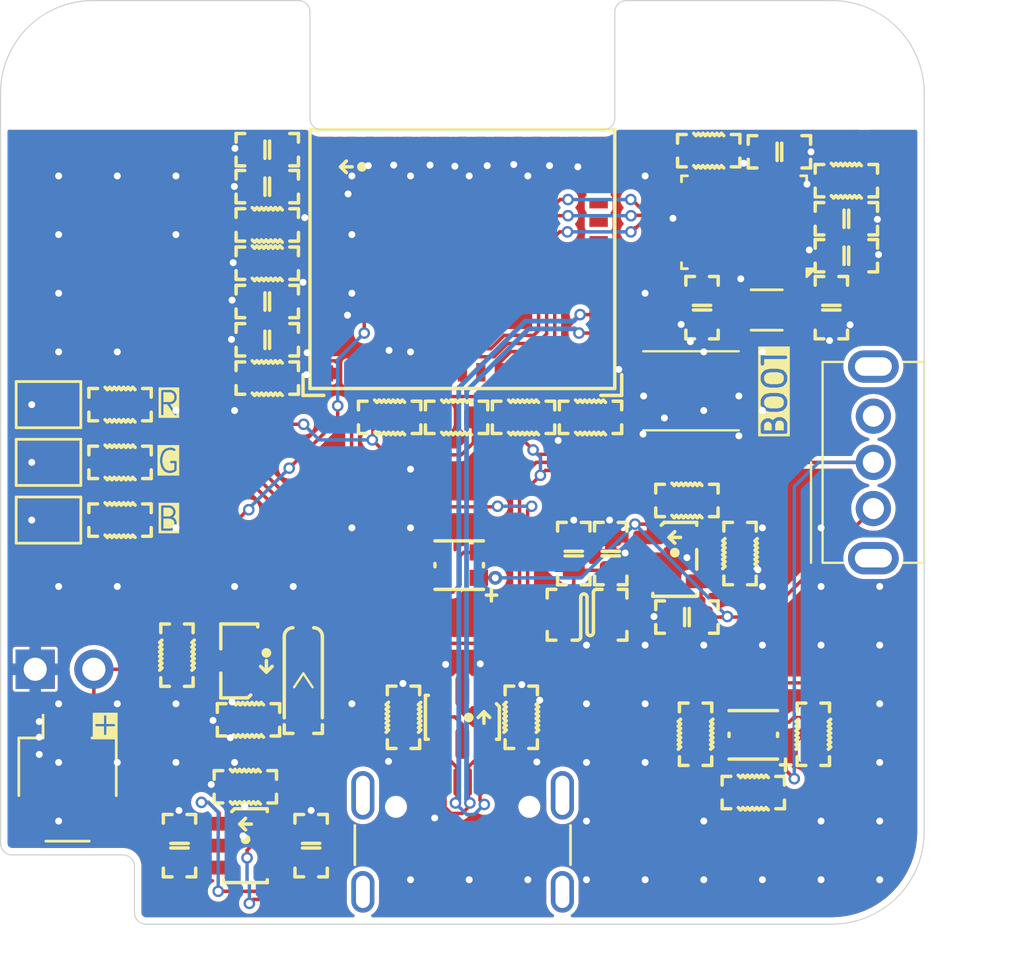
<source format=kicad_pcb>
(kicad_pcb (version 20240108) (generator "pcbnew") (generator_version "8.0")
  (layers (0 "F.Cu" signal) (31 "B.Cu" signal) (34 "B.Paste" user) (35 "F.Paste" user) (36 "B.SilkS" user "B.Silkscreen") (37 "F.SilkS" user "F.Silkscreen") (38 "B.Mask" user) (39 "F.Mask" user) (44 "Edge.Cuts" user))
  (net 0 "")
  (net 1 "+BATT")
  (net 2 "GND")
  (net 3 "VDD")
  (net 4 "VBUS")
  (net 5 "ADC")
  (net 6 "+3V3")
  (net 7 "EN")
  (net 8 "VCC")
  (net 10 "D-")
  (net 11 "D+")
  (net 12 "Net-(J1-CC1)")
  (net 14 "Net-(J1-CC2)")
  (net 15 "Net-(U1-SW)")
  (net 16 "BOOT")
  (net 17 "CHRG_LED")
  (net 18 "STDBY_LED")
  (net 19 "STATUS_LED")
  (net 20 "Net-(U2-PROG)")
  (net 21 "Net-(U1-FB)")
  (net 22 "IO8")
  (net 23 "IO2")
  (net 24 "SCL")
  (net 25 "SDA")
  (net 33 "Net-(U5-XIN)")
  (net 35 "Net-(U5-XOUT)")
  (net 36 "Net-(U5-CAP)")
  (net 37 "Net-(U5-nRESET)")
  (net 38 "Net-(U5-nBOOT)")
  (net 39 "INT")
  (net 40 "Net-(D1-GK)")
  (net 41 "Net-(D1-BK)")
  (net 42 "Net-(D1-RK)")
  (net 43 "Net-(D3-GK)")
  (net 44 "Net-(D3-RK)")
  (net 45 "Net-(D3-BK)")
  (net 46 "Net-(JP1-B)")
  (net 47 "Net-(JP2-B)")
  (net 48 "Net-(JP3-B)")
  (footprint "Topaz's Footprints:R_0603_1608Metric" (layer "F.Cu") (at 215.65 93.05 180)
    (property "Reference" "R17" (hide yes))
    (property "Value" "5k1" (hide yes))
  )
  (footprint "Topaz's Footprints:R_0603_1608Metric" (layer "F.Cu") (at 210.45 106.04 -90)
    (property "Reference" "R9" (hide yes))
    (property "Value" "5k1" (hide yes))
  )
  (footprint "Topaz's Footprints:C_0603_1608Metric" (layer "F.Cu") (at 223.3795 88.3 -90)
    (property "Reference" "C8" (hide yes))
    (property "Value" "9pF" (hide yes))
  )
  (footprint "Topaz's Footprints:R_0603_1608Metric" (layer "F.Cu") (at 218.55 93.05)
    (property "Reference" "R5" (hide yes))
    (property "Value" "5k1" (hide yes))
  )
  (footprint "Topaz's Footprints:JST_SH_SM02B-SRSS-TB_1x02-1MP_P1.00mm_Horizontal" (layer "F.Cu") (at 195.9 108.72)
    (property "Reference" "BT1" (hide yes))
    (property "Value" "JST-SH (Pin 2 Anode)" (hide yes))
  )
  (footprint "Topaz's Footprints:SOT-23-5" (layer "F.Cu") (at 222.2 99.2)
    (property "Reference" "U1" (hide yes))
    (property "Value" "M3406" (hide yes))
  )
  (footprint "Topaz's Footprints:R_0603_1608Metric" (layer "F.Cu") (at 225.025 98.95 -90)
    (property "Reference" "R15" (hide yes))
    (property "Value" "150k" (hide yes))
  )
  (footprint "Topaz's Footprints:LED-ARRAY-SMD_4P-L2.1-W2.1-TL_NH-B2020RGBA" (layer "F.Cu") (at 212.862507 99.450089)
    (property "Reference" "D1" (hide yes))
    (property "Value" "LED" (hide yes))
  )
  (footprint "Topaz's Footprints:R_0603_1608Metric" (layer "F.Cu") (at 212.75 93.05)
    (property "Reference" "R21" (hide yes))
    (property "Value" "5k1" (hide yes))
  )
  (footprint "Topaz's Footprints:C_0603_1608Metric" (layer "F.Cu") (at 204.55 81.458 180)
    (property "Reference" "C11" (hide yes))
    (property "Value" "100nF" (hide yes))
  )
  (footprint "Topaz's Footprints:THTSwitch" (layer "F.Cu") (at 230.8 95 90)
    (property "Reference" "SW1" (hide yes))
    (property "Value" "PWR_SWITCH" (hide yes))
  )
  (footprint "Topaz's Footprints:SolderJumper-2_P1.3mm_Open_TrianglePad1.0x1.5mm" (layer "F.Cu") (at 195.075 95)
    (property "Reference" "JP2" (hide yes))
    (property "Value" "R_JP")
  )
  (footprint "Topaz's Footprints:R_0603_1608Metric" (layer "F.Cu") (at 198.175 97.5)
    (property "Reference" "R3" (hide yes))
    (property "Value" "5k1" (hide yes))
  )
  (footprint "Topaz's Footprints:R_0603_1608Metric" (layer "F.Cu") (at 222.725 96.65)
    (property "Reference" "R14" (hide yes))
    (property "Value" "680k" (hide yes))
  )
  (footprint "Topaz's Footprints:R_0603_1608Metric" (layer "F.Cu") (at 209.85 93.05 180)
    (property "Reference" "R20" (hide yes))
    (property "Value" "5k1" (hide yes))
  )
  (footprint "Topaz's Footprints:NewCheapoButton" (layer "F.Cu") (at 222.75 91.9)
    (property "Reference" "SW2" (hide yes))
    (property "Value" "BTN_BOOT" (hide yes))
  )
  (footprint "Topaz's Footprints:R_0603_1608Metric" (layer "F.Cu") (at 204.55 84.716667 180)
    (property "Reference" "R19" (hide yes))
    (property "Value" "5k1" (hide yes))
  )
  (footprint "Topaz's Footprints:C_0603_1608Metric" (layer "F.Cu") (at 229.63 84.45 180)
    (property "Reference" "C10" (hide yes))
    (property "Value" "100nF" (hide yes))
  )
  (footprint "Topaz's Footprints:StarIcon" (layer "F.Cu") (at 198 86.6)
    (property "Reference" "G***" (hide yes))
    (property "Value" "LOGO" (hide yes))
  )
  (footprint "Topaz's Footprints:C_0603_1608Metric" (layer "F.Cu") (at 226.7305 81.55)
    (property "Reference" "C12" (hide yes))
    (property "Value" "100nF" (hide yes))
  )
  (footprint "Topaz's Footprints:C_0603_1608Metric" (layer "F.Cu") (at 217.825 98.95 90)
    (property "Reference" "C4" (hide yes))
    (property "Value" "4.7uF" (hide yes))
  )
  (footprint "Topaz's Footprints:D_SOD-123" (layer "F.Cu") (at 206.112 104.4875 -90)
    (property "Reference" "D2" (hide yes))
    (property "Value" "1N5817W" (hide yes))
  )
  (footprint "Topaz's Footprints:C_0603_1608Metric" (layer "F.Cu") (at 204.55 89.691666 180)
    (property "Reference" "C14" (hide yes))
    (property "Value" "100nF" (hide yes))
  )
  (footprint "Topaz's Footprints:R_0603_1608Metric" (layer "F.Cu") (at 223.099886 106.775089 90)
    (property "Reference" "R6" (hide yes))
    (property "Value" "5k1" (hide yes))
  )
  (footprint "Topaz's Footprints:SOT-23" (layer "F.Cu") (at 203.3375 103.6 180)
    (property "Reference" "Q1" (hide yes))
    (property "Value" "AO3401A" (hide yes))
  )
  (footprint "Topaz's Footprints:C_0603_1608Metric" (layer "F.Cu") (at 200.7495 111.6 90)
    (property "Reference" "C5" (hide yes))
    (property "Value" "4.7uF" (hide yes))
  )
  (footprint "Topaz's Footprints:ESP32-C3-MINI-1" (layer "F.Cu") (at 213 83.5)
    (property "Reference" "U4" (hide yes))
    (property "Value" "ESP32-C3-MINI-1-N4" (hide yes))
  )
  (footprint "Topaz's Footprints:C_0603_1608Metric" (layer "F.Cu") (at 222.725 101.7 180)
    (property "Reference" "C1" (hide yes))
    (property "Value" "4.7uF" (hide yes))
  )
  (footprint "Topaz's Footprints:L_0806_2012Metric" (layer "F.Cu") (at 218.4 101.6 180)
    (property "Reference" "L1" (hide yes))
    (property "Value" "4.7uH" (hide yes))
  )
  (footprint "Topaz's Footprints:PinHeader_1x02_P2.54mm_Vertical" (layer "F.Cu") (at 194.499964 103.959584 90)
    (property "Reference" "J2" (hide yes))
    (property "Value" "BAT_PADS")
  )
  (footprint "Topaz's Footprints:R_0603_1608Metric" (layer "F.Cu") (at 215.55 106.04 90)
    (property "Reference" "R10" (hide yes))
    (property "Value" "5k1" (hide yes))
  )
  (footprint "Topaz's Footprints:LGA-28_5.2x3.8mm_P0.5mm" (layer "F.Cu") (at 225.2 84.6 180)
    (property "Reference" "U5" (hide yes))
    (property "Value" "BNO085" (hide yes))
  )
  (footprint "Topaz's Footprints:SOT-23-6" (layer "F.Cu") (at 213 106.04 -90)
    (property "Reference" "U3" (hide yes))
    (property "Value" "SRV05-4" (hide yes))
  )
  (footprint "Topaz's Footprints:R_0603_1608Metric" (layer "F.Cu") (at 225.599886 109.299911 180)
    (property "Reference" "R7" (hide yes))
    (property "Value" "5k1" (hide yes))
  )
  (footprint "Topaz's Footprints:C_0603_1608Metric" (layer "F.Cu") (at 228.98 88.3 -90)
    (property "Reference" "C7" (hide yes))
    (property "Value" "9pF" (hide yes))
  )
  (footprint "Topaz's Footprints:SolderJumper-2_P1.3mm_Open_TrianglePad1.0x1.5mm" (layer "F.Cu") (at 195.075 92.5)
    (property "Reference" "JP1" (hide yes))
    (property "Value" "R_JP")
  )
  (footprint "Topaz's Footprints:R_0603_1608Metric" (layer "F.Cu") (at 198.175 95)
    (property "Reference" "R2" (hide yes))
    (property "Value" "5k1" (hide yes))
  )
  (footprint "Topaz's Footprints:R_0603_1608Metric" (layer "F.Cu") (at 223.67 81.5)
    (property "Reference" "R16" (hide yes))
    (property "Value" "5k1" (hide yes))
  )
  (footprint "Topaz's Footprints:C_0603_1608Metric" (layer "F.Cu") (at 219.425 98.95 90)
    (property "Reference" "C6" (hide yes))
    (property "Value" "4.7uF" (hide yes))
  )
  (footprint "Topaz's Footprints:R_0603_1608Metric" (layer "F.Cu") (at 198.175 92.5)
    (property "Reference" "R1" (hide yes))
    (property "Value" "5k1" (hide yes))
  )
  (footprint "Topaz's Footprints:USB_C_Receptacle_GCT_USB4105-xx-A_16P_TopMnt_Horizontal" (layer "F.Cu") (at 213.0125 112.525)
    (property "Reference" "J1" (hide yes))
    (property "Value" "USB-C" (hide yes))
  )
  (footprint "Topaz's Footprints:R_0603_1608Metric" (layer "F.Cu") (at 200.638 103.35 90)
    (property "Reference" "R12" (hide yes))
    (property "Value" "150k" (hide yes))
  )
  (footprint "Topaz's Footprints:R_0603_1608Metric" (layer "F.Cu") (at 203.737 106.15 180)
    (property "Reference" "R4" (hide yes))
    (property "Value" "150k" (hide yes))
  )
  (footprint "Topaz's Footprints:Crystal_SMD_3215-2Pin_3.2x1.5mm" (layer "F.Cu") (at 226.1795 88.4 180)
    (property "Reference" "Y1" (hide yes))
    (property "Value" "32.768kHz" (hide yes))
  )
  (footprint "Topaz's Footprints:R_0603_1608Metric" (layer "F.Cu") (at 228.199886 106.775089 90)
    (property "Reference" "R8" (hide yes))
    (property "Value" "5k1" (hide yes))
  )
  (footprint "Topaz's Footprints:C_0603_1608Metric" (layer "F.Cu") (at 204.55 88.033333)
    (property "Reference" "C3" (hide yes))
    (property "Value" "100nF" (hide yes))
  )
  (footprint "Topaz's Footprints:C_0603_1608Metric" (layer "F.Cu") (at 204.55 83.058334 180)
    (property "Reference" "C13" (hide yes))
    (property "Value" "4.7uF" (hide yes))
  )
  (footprint "Topaz's Footprints:R_0603_1608Metric" (layer "F.Cu") (at 204.55 91.349999)
    (property "Reference" "R22" (hide yes))
    (property "Value" "5k1" (hide yes))
  )
  (footprint "Topaz's Footprints:LED-ARRAY-SMD_4P-L2.1-W2.1-TL_NH-B2020RGBA" (layer "F.Cu") (at 225.6 106.8)
    (property "Reference" "D3" (hide yes))
    (property "Value" "LED" (hide yes))
  )
  (footprint "Topaz's Footprints:SOT-23-6" (layer "F.Cu") (at 203.6 111.6)
    (property "Reference" "U2" (hide yes))
    (property "Value" "TP4057" (hide yes))
  )
  (footprint "Topaz's Footprints:R_0603_1608Metric" (layer "F.Cu") (at 204.55 86.375 180)
    (property "Reference" "R13" (hide yes))
    (property "Value" "150k" (hide yes))
  )
  (footprint "Topaz's Footprints:C_0603_1608Metric" (layer "F.Cu") (at 206.4495 111.6 -90)
    (property "Reference" "C2" (hide yes))
    (property "Value" "4.7uF" (hide yes))
  )
  (footprint "Topaz's Footprints:SolderJumper-2_P1.3mm_Open_TrianglePad1.0x1.5mm" (layer "F.Cu") (at 195.075 97.5)
    (property "Reference" "JP3" (hide yes))
    (property "Value" "R_JP")
  )
  (footprint "Topaz's Footprints:R_0603_1608Metric" (layer "F.Cu") (at 203.6 109.05 180)
    (property "Reference" "R11" (hide yes))
    (property "Value" "2k" (hide yes))
  )
  (footprint "Topaz's Footprints:R_0603_1608Metric" (layer "F.Cu") (at 229.63 82.8 180)
    (property "Reference" "R18" (hide yes))
    (property "Value" "5k1" (hide yes))
  )
  (footprint "Topaz's Footprints:C_0603_1608Metric" (layer "F.Cu") (at 229.63 86.05)
    (property "Reference" "C9" (hide yes))
    (property "Value" "100nF" (hide yes))
  )
  (gr_line (start 228.1 99.35) (end 228.1 95) (stroke (width 0.1)) (layer "F.SilkS"))
  (gr_line (start 193 111.5) (end 193 79) (stroke (width 0.05)) (layer "Edge.Cuts"))
  (gr_arc (start 193 79) (mid 194.171573 76.171573) (end 197 75) (stroke (width 0.05)) (layer "Edge.Cuts"))
  (gr_arc (start 219.6 80.1) (mid 219.453553 80.453553) (end 219.1 80.6) (stroke (width 0.05)) (layer "Edge.Cuts"))
  (gr_arc (start 205.9 75) (mid 206.253553 75.146447) (end 206.4 75.5) (stroke (width 0.05)) (layer "Edge.Cuts"))
  (gr_line (start 197 75) (end 205.9 75) (stroke (width 0.05)) (layer "Edge.Cuts"))
  (gr_arc (start 206.9 80.6) (mid 206.546447 80.453553) (end 206.4 80.1) (stroke (width 0.05)) (layer "Edge.Cuts"))
  (gr_line (start 198.8 112.5) (end 198.8 114.5) (stroke (width 0.05)) (layer "Edge.Cuts"))
  (gr_line (start 206.9 80.6) (end 219.1 80.6) (stroke (width 0.05)) (layer "Edge.Cuts"))
  (gr_line (start 229 115) (end 199.3 115) (stroke (width 0.05)) (layer "Edge.Cuts"))
  (gr_arc (start 233 111) (mid 231.828427 113.828427) (end 229 115) (stroke (width 0.05)) (layer "Edge.Cuts"))
  (gr_line (start 206.4 80.1) (end 206.4 75.5) (stroke (width 0.05)) (layer "Edge.Cuts"))
  (gr_line (start 198.3 112) (end 193.5 112) (stroke (width 0.05)) (layer "Edge.Cuts"))
  (gr_line (start 220.1 75) (end 229 75) (stroke (width 0.05)) (layer "Edge.Cuts"))
  (gr_line (start 233 79) (end 233 111) (stroke (width 0.05)) (layer "Edge.Cuts"))
  (gr_arc (start 198.3 112) (mid 198.653553 112.146447) (end 198.8 112.5) (stroke (width 0.05)) (layer "Edge.Cuts"))
  (gr_arc (start 229 75) (mid 231.828427 76.171573) (end 233 79) (stroke (width 0.05)) (layer "Edge.Cuts"))
  (gr_line (start 219.6 80.1) (end 219.6 75.5) (stroke (width 0.05)) (layer "Edge.Cuts"))
  (gr_arc (start 219.6 75.5) (mid 219.746447 75.146447) (end 220.1 75) (stroke (width 0.05)) (layer "Edge.Cuts"))
  (gr_arc (start 193.5 112) (mid 193.146447 111.853553) (end 193 111.5) (stroke (width 0.05)) (layer "Edge.Cuts"))
  (gr_arc (start 199.3 115) (mid 198.946447 114.853553) (end 198.8 114.5) (stroke (width 0.05)) (layer "Edge.Cuts"))
  (gr_text "BOOT" (at 227.125 94.025 90) (layer "F.SilkS" knockout) (effects (font (size 1 1)) (justify left bottom)))
  (gr_text "R" (at 199.7 93.0395 0) (layer "F.SilkS" knockout) (effects (font (size 1 1) (thickness 0.1)) (justify left bottom)))
  (gr_text "G" (at 199.7 95.5395 0) (layer "F.SilkS" knockout) (effects (font (size 1 1) (thickness 0.1)) (justify left bottom)))
  (gr_text "+" (at 196.844795 106.889139 0) (layer "F.SilkS" knockout) (effects (font (size 1 1) (thickness 0.1)) (justify left bottom)))
  (gr_text "B" (at 199.7 98.0395 0) (layer "F.SilkS" knockout) (effects (font (size 1 1) (thickness 0.1)) (justify left bottom)))
  (segment (start 199.775 112.325) (end 200.7495 112.325) (width 0.15) (layer "F.Cu") (net 1))
  (segment (start 201.65 103.6) (end 202.4 103.6) (width 0.15) (layer "F.Cu") (net 1))
  (segment (start 199.1 108.65) (end 199.45 109) (width 0.15) (layer "F.Cu") (net 1))
  (segment (start 197.039964 105.160036) (end 197.039964 103.959584) (width 0.15) (layer "F.Cu") (net 1))
  (segment (start 199.45 112) (end 199.775 112.325) (width 0.15) (layer "F.Cu") (net 1))
  (segment (start 196.4 106.72) (end 196.4 108) (width 0.15) (layer "F.Cu") (net 1))
  (segment (start 199.225 104.075) (end 200.638 104.075) (width 0.15) (layer "F.Cu") (net 1))
  (segment (start 196.4 108) (end 197.05 108.65) (width 0.15) (layer "F.Cu") (net 1))
  (segment (start 197.039964 103.959584) (end 199.109584 103.959584) (width 0.15) (layer "F.Cu") (net 1))
  (segment (start 199.109584 103.959584) (end 199.225 104.075) (width 0.15) (layer "F.Cu") (net 1))
  (segment (start 200.638 104.075) (end 201.175 104.075) (width 0.15) (layer "F.Cu") (net 1))
  (segment (start 202.4625 112.55) (end 201.65 112.55) (width 0.15) (layer "F.Cu") (net 1))
  (segment (start 196.4 106.72) (end 196.4 105.8) (width 0.15) (layer "F.Cu") (net 1))
  (segment (start 201.425 112.325) (end 200.7495 112.325) (width 0.15) (layer "F.Cu") (net 1))
  (segment (start 201.65 112.55) (end 201.425 112.325) (width 0.15) (layer "F.Cu") (net 1))
  (segment (start 196.4 105.8) (end 197.039964 105.160036) (width 0.15) (layer "F.Cu") (net 1))
  (segment (start 199.45 109) (end 199.45 112) (width 0.15) (layer "F.Cu") (net 1))
  (segment (start 197.05 108.65) (end 199.1 108.65) (width 0.15) (layer "F.Cu") (net 1))
  (segment (start 201.175 104.075) (end 201.65 103.6) (width 0.15) (layer "F.Cu") (net 1))
  (via (at 215.834964 113.075) (size 0.5) (drill 0.3) (layers "F.Cu" "B.Cu") (net 2))
  (via (at 195.514964 90.215) (size 0.5) (drill 0.3) (layers "F.Cu" "B.Cu") (net 2))
  (via (at 206.275 90.25) (size 0.5) (drill 0.3) (layers "F.Cu" "B.Cu") (net 2))
  (via (at 195.514964 85.135) (size 0.5) (drill 0.3) (layers "F.Cu" "B.Cu") (net 2))
  (via (at 228.534964 110.535) (size 0.5) (drill 0.3) (layers "F.Cu" "B.Cu") (net 2))
  (via (at 210.754964 113.075) (size 0.5) (drill 0.3) (layers "F.Cu" "B.Cu") (net 2))
  (via (at 225.994964 97.835) (size 0.5) (drill 0.3) (layers "F.Cu" "B.Cu") (net 2))
  (via (at 195.514964 105.455) (size 0.5) (drill 0.3) (layers "F.Cu" "B.Cu") (net 2))
  (via (at 202.2 106.175) (size 0.5) (drill 0.3) (layers "F.Cu" "B.Cu") (net 2))
  (via (at 210.754964 82.595) (size 0.5) (drill 0.3) (layers "F.Cu" "B.Cu") (net 2))
  (via (at 229.791268 89.041268) (size 0.5) (drill 0.3) (layers "F.Cu" "B.Cu") (net 2))
  (via (at 208.05 83.375) (size 0.5) (drill 0.3) (layers "F.Cu" "B.Cu") (net 2))
  (via (at 206.175 84.4) (size 0.5) (drill 0.3) (layers "F.Cu" "B.Cu") (net 2))
  (via (at 206.1 87.2) (size 0.5) (drill 0.3) (layers "F.Cu" "B.Cu") (net 2))
  (via (at 220.914964 107.995) (size 0.5) (drill 0.3) (layers "F.Cu" "B.Cu") (net 2))
  (via (at 206.45 110.075) (size 0.5) (drill 0.3) (layers "F.Cu" "B.Cu") (net 2))
  (via (at 218.374964 113.075) (size 0.5) (drill 0.3) (layers "F.Cu" "B.Cu") (net 2))
  (via (at 208.214964 97.835) (size 0.5) (drill 0.3) (layers "F.Cu" "B.Cu") (net 2))
  (via (at 198.054964 82.595) (size 0.5) (drill 0.3) (layers "F.Cu" "B.Cu") (net 2))
  (via (at 228.534964 102.915) (size 0.5) (drill 0.3) (layers "F.Cu" "B.Cu") (net 2))
  (via (at 218.374964 105.455) (size 0.5) (drill 0.3) (layers "F.Cu" "B.Cu") (net 2))
  (via (at 208.214964 82.595) (size 0.5) (drill 0.3) (layers "F.Cu" "B.Cu") (net 2))
  (via (at 203.025 87.975) (size 0.5) (drill 0.3) (layers "F.Cu" "B.Cu") (net 2))
  (via (at 216.225 107.975) (size 0.5) (drill 0.3) (layers "F.Cu" "B.Cu") (net 2))
  (via (at 220.05 98.925) (size 0.5) (drill 0.3) (layers "F.Cu" "B.Cu") (net 2))
  (via (at 231.074964 100.375) (size 0.5) (drill 0.3) (layers "F.Cu" "B.Cu") (net 2))
  (via (at 213.294964 82.595) (size 0.5) (drill 0.3) (layers "F.Cu" "B.Cu") (net 2))
  (via (at 208.214964 105.455) (size 0.5) (drill 0.3) (layers "F.Cu" "B.Cu") (net 2))
  (via (at 208.025 88.625) (size 0.5) (drill 0.3) (layers "F.Cu" "B.Cu") (net 2))
  (via (at 228.534964 97.835) (size 0.5) (drill 0.3) (layers "F.Cu" "B.Cu") (net 2))
  (via (at 215.575 104.625) (size 0.5) (drill 0.3) (layers "F.Cu" "B.Cu") (net 2))
  (via (at 214.075 82.15) (size 0.5) (drill 0.3) (layers "F.Cu" "B.Cu") (net 2))
  (via (at 203.5 111.175) (size 0.5) (drill 0.3) (layers "F.Cu" "B.Cu") (net 2))
  (via (at 225.8 99.65) (size 0.5) (drill 0.3) (layers "F.Cu" "B.Cu") (net 2))
  (via (at 225.057537 87.05) (size 0.5) (drill 0.3) (layers "F.Cu" "B.Cu") (net 2))
  (via (at 194.35 92.5) (size 0.5) (drill 0.3) (layers "F.Cu" "B.Cu") (net 2))
  (via (at 225.994964 92.755) (size 0.5) (drill 0.3) (layers "F.Cu" "B.Cu") (net 2))
  (via (at 221.3 101.675) (size 0.5) (drill 0.3) (layers "F.Cu" "B.Cu") (net 2))
  (via (at 220.914964 82.595) (size 0.5) (drill 0.3) (layers "F.Cu" "B.Cu") (net 2))
  (via (at 223.454964 110.535) (size 0.5) (drill 0.3) (layers "F.Cu" "B.Cu") (net 2))
  (via (at 222.875 89.775) (size 0.5) (drill 0.3) (layers "F.Cu" "B.Cu") (net 2))
  (via (at 208.925 82.15) (size 0.5) (drill 0.3) (layers "F.Cu" "B.Cu") (net 2))
  (via (at 210.425 104.575) (size 0.5) (drill 0.3) (layers "F.Cu" "B.Cu") (net 2))
  (via (at 223.454964 92.755) (size 0.5) (drill 0.3) (layers "F.Cu" "B.Cu") (net 2))
  (via (at 222.475 89.025) (size 0.5) (drill 0.3) (layers "F.Cu" "B.Cu") (net 2))
  (via (at 203.134964 100.375) (size 0.5) (drill 0.3) (layers "F.Cu" "B.Cu") (net 2))
  (via (at 195.514964 87.675) (size 0.5) (drill 0.3) (layers "F.Cu" "B.Cu") (net 2))
  (via (at 225.994964 90.215) (size 0.5) (drill 0.3) (layers "F.Cu" "B.Cu") (net 2))
  (via (at 228.025 85.8) (size 0.5) (drill 0.3) (layers "F.Cu" "B.Cu") (net 2))
  (via (at 218 82.2) (size 0.5) (drill 0.3) (layers "F.Cu" "B.Cu") (net 2))
  (via (at 228.534964 113.075) (size 0.5) (drill 0.3) (layers "F.Cu" "B.Cu") (net 2))
  (via (at 216.35 105.3) (size 0.5) (drill 0.3) (layers "F.Cu" "B.Cu") (net 2))
  (via (at 194.675 107.65) (size 0.5) (drill 0.3) (layers "F.Cu" "B.Cu") (net 2))
  (via (at 224.975 93.85) (size 0.5) (drill 0.3) (layers "F.Cu" "B.Cu") (net 2))
  (via (at 228.9 89.725) (size 0.5) (drill 0.3) (layers "F.Cu" "B.Cu") (net 2))
  (via (at 219.775 90.975) (size 0.5) (drill 0.3) (layers "F.Cu" "B.Cu") (net 2))
  (via (at 195.514964 107.995) (size 0.5) (drill 0.3) (layers "F.Cu" "B.Cu") (net 2))
  (via (at 194.675 106.225) (size 0.5) (drill 0.3) (layers "F.Cu" "B.Cu") (net 2))
  (via (at 212.675 82.175) (size 0.5) (drill 0.3) (layers "F.Cu" "B.Cu") (net 2))
  (via (at 228.1 81.55) (size 0.5) (drill 0.3) (layers "F.Cu" "B.Cu") (net 2))
  (via (at 210.754964 95.295) (size 0.5) (drill 0.3) (layers "F.Cu" "B.Cu") (net 2))
  (via (at 230.975 84.475) (size 0.5) (drill 0.3) (layers "F.Cu" "B.Cu") (net 2))
  (via (at 210.754964 97.835) (size 0.5) (drill 0.3) (layers "F.Cu" "B.Cu") (net 2))
  (via (at 218.374964 107.995) (size 0.5) (drill 0.3) (layers "F.Cu" "B.Cu") (net 2))
  (via (at 203.025 105.375) (size 0.5) (drill 0.3) (layers "F.Cu" "B.Cu") (net 2))
  (via (at 220.825 93.775) (size 0.5) (drill 0.3) (layers "F.Cu" "B.Cu") (net 2))
  (via (at 206.25 91.2) (size 0.5) (drill 0.3) (layers "F.Cu" "B.Cu") (net 2))
  (via (at 221.75 93.075) (size 0.5) (drill 0.3) (layers "F.Cu" "B.Cu") (net 2))
  (via (at 227.925 82.95) (size 0.5) (drill 0.3) (layers "F.Cu" "B.Cu") (net 2))
  (via (at 225.994964 102.915) (size 0.5) (drill 0.3) (layers "F.Cu" "B.Cu") (net 2))
  (via (at 224.975 92.125) (size 0.5) (drill 0.3) (layers "F.Cu" "B.Cu") (net 2))
  (via (at 215.834964 82.595) (size 0.5) (drill 0.3) (layers "F.Cu" "B.Cu") (net 2))
  (via (at 200.594964 97.835) (size 0.5) (drill 0.3) (layers "F.Cu" "B.Cu") (net 2))
  (via (at 225.994964 113.075) (size 0.5) (drill 0.3) (layers "F.Cu" "B.Cu") (net 2))
  (via (at 198.054964 105.455) (size 0.5) (drill 0.3) (layers "F.Cu" "B.Cu") (net 2))
  (via (at 216.775 82.15) (size 0.5) (drill 0.3) (layers "F.Cu" "B.Cu") (net 2))
  (via (at 200.594964 85.135) (size 0.5) (drill 0.3) (layers "F.Cu" "B.Cu") (net 2))
  (via (at 194.35 95) (size 0.5) (drill 0.3) (layers "F.Cu" "B.Cu") (net 2))
  (via (at 203.15 81.4) (size 0.5) (drill 0.3) (layers "F.Cu" "B.Cu") (net 2))
  (via (at 211.6 82.125) (size 0.5) (drill 0.3) (layers "F.Cu" "B.Cu") (net 2))
  (via (at 213.775 103.725) (size 0.5) (drill 0.3) (layers "F.Cu" "B.Cu") (net 2))
  (via (at 200.594964 92.755) (size 0.5) (drill 0.3) (layers "F.Cu" "B.Cu") (net 2))
  (via (at 198.054964 90.215) (size 0.5) (drill 0.3) (layers "F.Cu" "B.Cu") (net 2))
  (via (at 200.594964 105.455) (size 0.5) (drill 0.3) (layers "F.Cu" "B.Cu") (net 2))
  (via (at 231.074964 107.995) (size 0.5) (drill 0.3) (layers "F.Cu" "B.Cu") (net 2))
  (via (at 220.914964 113.075) (size 0.5) (drill 0.3) (layers "F.Cu" "B.Cu") (net 2))
  (via (at 219.375 97.5) (size 0.5) (drill 0.3) (layers "F.Cu" "B.Cu") (net 2))
  (via (at 203 89.675) (size 0.5) (drill 0.3) (layers "F.Cu" "B.Cu") (net 2))
  (via (at 200.594964 82.595) (size 0.5) (drill 0.3) (layers "F.Cu" "B.Cu") (net 2))
  (via (at 210.754964 90.215) (size 0.5) (drill 0.3) (layers "F.Cu" "B.Cu") (net 2))
  (via (at 209.825 90.15) (size 0.5) (drill 0.3) (layers "F.Cu" "B.Cu") (net 2))
  (via (at 231.074964 102.915) (size 0.5) (drill 0.3) (layers "F.Cu" "B.Cu") (net 2))
  (via (at 203.575 109.9) (size 0.5) (drill 0.3) (layers "F.Cu" "B.Cu") (net 2))
  (via (at 202.125 108.95) (size 0.5) (drill 0.3) (layers "F.Cu" "B.Cu") (net 2))
  (via (at 220.914964 105.455) (size 0.5) (drill 0.3) (layers "F.Cu" "B.Cu") (net 2))
  (via (at 231.025 86) (size 0.5) (drill 0.3) (layers "F.Cu" "B.Cu") (net 2))
  (via (at 223.454964 102.915) (size 0.5) (drill 0.3) (layers "F.Cu" "B.Cu") (net 2))
  (via (at 218.374964 102.915) (size 0.5) (drill 0.3) (layers "F.Cu" "B.Cu") (net 2))
  (via (at 203.134964 107.995) (size 0.5) (drill 0.3) (layers "F.Cu" "B.Cu") (net 2))
  (via (at 194.675 106.9) (size 0.5) (drill 0.3) (layers "F.Cu" "B.Cu") (net 2))
  (via (at 203.075 86.35) (size 0.5) (drill 0.3) (layers "F.Cu" "B.Cu") (net 2))
  (via (at 220.85 92.125) (size 0.5) (drill 0.3) (layers "F.Cu" "B.Cu") (net 2))
  (via (at 200.594964 107.995) (size 0.5) (drill 0.3) (layers "F.Cu" "B.Cu") (net 2))
  (via (at 213.294964 113.075) (size 0.5) (drill 0.3) (layers "F.Cu" "B.Cu") (net 2))
  (via (at 208.214964 87.675) (size 0.5) (drill 0.3) (layers "F.Cu" "B.Cu") (net 2))
  (via (at 195.514964 100.375) (size 0.5) (drill 0.3) (layers "F.Cu" "B.Cu") (net 2))
  (via (at 198.054964 100.375) (size 0.5) (drill 0.3) (layers "F.Cu" "B.Cu") (net 2))
  (via (at 215.225 82.1) (size 0.5) (drill 0.3) (layers "F.Cu" "B.Cu") (net 2))
  (via (at 198.054964 107.995) (size 0.5) (drill 0.3) (layers "F.Cu" "B.Cu") (net 2))
  (via (at 195.514964 82.595) (size 0.5) (drill 0.3) (layers "F.Cu" "B.Cu") (net 2))
  (via (at 217.825 97.5) (size 0.5) (drill 0.3) (layers "F.Cu" "B.Cu") (net 2))
  (via (at 210.025 82.125) (size 0.5) (drill 0.3) (layers "F.Cu" "B.Cu") (net 2))
  (via (at 203.125 83.05) (size 0.5) (drill 0.3) (layers "F.Cu" "B.Cu") (net 2))
  (via (at 220.914964 102.915) (size 0.5) (drill 0.3) (layers "F.Cu" "B.Cu") (net 2))
  (via (at 231.074964 110.535) (size 0.5) (drill 0.3) (layers "F.Cu" "B.Cu") (net 2))
  (via (at 205.674964 100.375) (size 0.5) (drill 0.3) (layers "F.Cu" "B.Cu") (net 2))
  (via (at 223.454964 90.215) (size 0.5) (drill 0.3) (layers "F.Cu" "B.Cu") (net 2))
  (via (at 208.214964 85.135) (size 0.5) (drill 0.3) (layers "F.Cu" "B.Cu") (net 2))
  (via (at 225.994964 100.375) (size 0.5) (drill 0.3) (layers "F.Cu" "B.Cu") (net 2))
  (via (at 212.275 103.75) (size 0.5) (drill 0.3) (layers "F.Cu" "B.Cu") (net 2))
  (via (at 231.074964 105.455) (size 0.5) (drill 0.3) (layers "F.Cu" "B.Cu") (net 2))
  (via (at 217.15 94.05) (size 0.5) (drill 0.3) (layers "F.Cu" "B.Cu") (net 2))
  (via (at 194.35 97.5) (size 0.5) (drill 0.3) (layers "F.Cu" "B.Cu") (net 2))
  (via (at 220.914964 87.675) (size 0.5) (drill 0.3) (layers "F.Cu" "B.Cu") (net 2))
  (via (at 218.374964 110.535) (size 0.5) (drill 0.3) (layers "F.Cu" "B.Cu") (net 2))
  (via (at 228.534964 100.375) (size 0.5) (drill 0.3) (layers "F.Cu" "B.Cu") (net 2))
  (via (at 225.190213 82.045388) (size 0.5) (drill 0.3) (layers "F.Cu" "B.Cu") (net 2))
  (via (at 209.8 107.95) (size 0.5) (drill 0.3) (layers "F.Cu" "B.Cu") (net 2))
  (via (at 195.514964 110.535) (size 0.5) (drill 0.3) (layers "F.Cu" "B.Cu") (net 2))
  (via (at 202.95 106.925) (size 0.5) (drill 0.3) (layers "F.Cu" "B.Cu") (net 2))
  (via (at 223.454964 113.075) (size 0.5) (drill 0.3) (layers "F.Cu" "B.Cu") (net 2))
  (via (at 200.725 110.075) (size 0.5) (drill 0.3) (layers "F.Cu" "B.Cu") (net 2))
  (via (at 222.725 99.125) (size 0.5) (drill 0.3) (layers "F.Cu" "B.Cu") (net 2))
  (via (at 222.120232 84.429768) (size 0.5) (drill 0.3) (layers "F.Cu" "B.Cu") (net 2))
  (via (at 211.8 110.4) (size 0.5) (drill 0.3) (layers "F.Cu" "B.Cu") (net 2))
  (via (at 231.074964 113.075) (size 0.5) (drill 0.3) (layers "F.Cu" "B.Cu") (net 2))
  (via (at 203.134964 92.755) (size 0.5) (drill 0.3) (layers "F.Cu" "B.Cu") (net 2))
  (segment (start 226.1 101.7) (end 224.2 101.7) (width 0.15) (layer "F.Cu") (net 3))
  (segment (start 223.45 100.925) (end 223.4 100.875) (width 0.15) (layer "F.Cu") (net 3))
  (segment (start 223.375 100.875) (end 223.3375 100.8375) (width 0.15) (layer "F.Cu") (net 3))
  (segment (start 223.45 101.7) (end 223.45 100.925) (width 0.15) (layer "F.Cu") (net 3))
  (segment (start 223.4 100.875) (end 223.375 100.875) (width 0.15) (layer "F.Cu") (net 3))
  (segment (start 220.95 97.675) (end 221.0625 97.7875) (width 0.15) (layer "F.Cu") (net 3))
  (segment (start 224.45 101.7) (end 224.475 101.675) (width 0.15) (layer "F.Cu") (net 3))
  (segment (start 223.45 101.7) (end 224.2 101.7) (width 0.15) (layer "F.Cu") (net 3))
  (segment (start 220.475 97.675) (end 220.95 97.675) (width 0.15) (layer "F.Cu") (net 3))
  (segment (start 230.8 97) (end 226.1 101.7) (width 0.15) (layer "F.Cu") (net 3))
  (segment (start 214.425 100) (end 213.712393 100) (width 0.15) (layer "F.Cu") (net 3))
  (segment (start 221.0625 97.7875) (end 221.0625 98.25) (width 0.15) (layer "F.Cu") (net 3))
  (segment (start 223.3375 100.8375) (end 223.3375 100.15) (width 0.15) (layer "F.Cu") (net 3))
  (segment (start 224.2 101.7) (end 224.45 101.7) (width 0.15) (layer "F.Cu") (net 3))
  (via (at 214.425 100) (size 0.6) (drill 0.3) (layers "F.Cu" "B.Cu") (net 3))
  (via (at 224.475 101.675) (size 0.5) (drill 0.3) (layers "F.Cu" "B.Cu") (net 3))
  (via (at 220.475 97.675) (size 0.5) (drill 0.3) (layers "F.Cu" "B.Cu") (net 3))
  (segment (start 214.425 100) (end 218.15 100) (width 0.15) (layer "B.Cu") (net 3))
  (segment (start 224.475 101.675) (end 220.475 97.675) (width 0.15) (layer "B.Cu") (net 3))
  (segment (start 218.15 100) (end 220.475 97.675) (width 0.15) (layer "B.Cu") (net 3))
  (segment (start 205.825 112.325) (end 206.4495 112.325) (width 0.15) (layer "F.Cu") (net 4))
  (segment (start 208.174 106.025) (end 212.675 106.025) (width 0.15) (layer "F.Cu") (net 4))
  (segment (start 210.6125 108.845) (end 210.6125 109.632183) (width 0.15) (layer "F.Cu") (net 4))
  (segment (start 206.112 108.087) (end 208.174 106.025) (width 0.15) (layer "F.Cu") (net 4))
  (segment (start 206.112 108.087) (end 207.325 109.3) (width 0.15) (layer "F.Cu") (net 4))
  (segment (start 204.275 105.225) (end 204.462 105.412) (width 0.15) (layer "F.Cu") (net 4))
  (segment (start 213 106.35) (end 213 107.1775) (width 0.15) (layer "F.Cu") (net 4))
  (segment (start 208.6 111.55) (end 207.375 111.55) (width 0.15) (layer "F.Cu") (net 4))
  (segment (start 213.8 111.1) (end 215.4125 109.4875) (width 0.15) (layer "F.Cu") (net 4))
  (segment (start 215.4125 109.4875) (end 215.4125 108.845) (width 0.15) (layer "F.Cu") (net 4))
  (segment (start 205.6 112.55) (end 205.825 112.325) (width 0.15) (layer "F.Cu") (net 4))
  (segment (start 212.675 106.025) (end 213 106.35) (width 0.15) (layer "F.Cu") (net 4))
  (segment (start 207.325 109.3) (end 207.325 111.5) (width 0.15) (layer "F.Cu") (net 4))
  (segment (start 206.112 106.1375) (end 206.112 108.087) (width 0.15) (layer "F.Cu") (net 4))
  (segment (start 209.825 111.1) (end 209.375 111.55) (width 0.15) (layer "F.Cu") (net 4))
  (segment (start 209.375 111.55) (end 208.6 111.55) (width 0.15) (layer "F.Cu") (net 4))
  (segment (start 204.462 106.15) (end 206.0995 106.15) (width 0.15) (layer "F.Cu") (net 4))
  (segment (start 207.325 111.5) (end 207.375 111.55) (width 0.15) (layer "F.Cu") (net 4))
  (segment (start 204.275 104.55) (end 204.275 105.225) (width 0.15) (layer "F.Cu") (net 4))
  (segment (start 210.95 109.969683) (end 210.95 110.75) (width 0.15) (layer "F.Cu") (net 4))
  (segment (start 210.95 110.75) (end 211.3 111.1) (width 0.15) (layer "F.Cu") (net 4))
  (segment (start 206.6 112.325) (end 206.4495 112.325) (width 0.15) (layer "F.Cu") (net 4))
  (segment (start 212.292501 111.1) (end 209.825 111.1) (width 0.15) (layer "F.Cu") (net 4))
  (segment (start 212.292501 111.1) (end 213.8 111.1) (width 0.15) (layer "F.Cu") (net 4))
  (segment (start 206.0995 106.15) (end 206.112 106.1375) (width 0.15) (layer "F.Cu") (net 4))
  (segment (start 211.3 111.1) (end 212.292501 111.1) (width 0.15) (layer "F.Cu") (net 4))
  (segment (start 204.462 105.412) (end 204.462 106.15) (width 0.15) (layer "F.Cu") (net 4))
  (segment (start 207.375 111.55) (end 206.6 112.325) (width 0.15) (layer "F.Cu") (net 4))
  (segment (start 210.6125 109.632183) (end 210.95 109.969683) (width 0.15) (layer "F.Cu") (net 4))
  (segment (start 204.7375 112.55) (end 205.6 112.55) (width 0.15) (layer "F.Cu") (net 4))
  (segment (start 208.75 89.4) (end 208.75 86.95) (width 0.15) (layer "F.Cu") (net 5))
  (segment (start 205.275 88.033333) (end 205.275 86.375) (width 0.15) (layer "F.Cu") (net 5))
  (segment (start 208 86.2) (end 207.1 86.2) (width 0.15) (layer "F.Cu") (net 5))
  (segment (start 207.6 92.55) (end 207.6 93.15) (width 0.15) (layer "F.Cu") (net 5))
  (segment (start 208.75 86.95) (end 208 86.2) (width 0.15) (layer "F.Cu") (net 5))
  (segment (start 205.275 86.375) (end 206.075 86.375) (width 0.15) (layer "F.Cu") (net 5))
  (segment (start 206.075 86.375) (end 206.25 86.2) (width 0.15) (layer "F.Cu") (net 5))
  (segment (start 203.75 97.05) (end 203.7 97.05) (width 0.15) (layer "F.Cu") (net 5))
  (segment (start 207.6 93.15) (end 205.5 95.25) (width 0.15) (layer "F.Cu") (net 5))
  (segment (start 203.7 97.05) (end 200.638 100.112) (width 0.15) (layer "F.Cu") (net 5))
  (segment (start 200.638 100.112) (end 200.638 102.625) (width 0.15) (layer "F.Cu") (net 5))
  (segment (start 206.25 86.2) (end 207.1 86.2) (width 0.15) (layer "F.Cu") (net 5))
  (via (at 207.6 92.55) (size 0.5) (drill 0.3) (layers "F.Cu" "B.Cu") (net 5))
  (via (at 208.75 89.4) (size 0.5) (drill 0.3) (layers "F.Cu" "B.Cu") (net 5))
  (via (at 205.5 95.25) (size 0.5) (drill 0.3) (layers "F.Cu" "B.Cu") (net 5))
  (via (at 203.75 97.05) (size 0.5) (drill 0.3) (layers "F.Cu" "B.Cu") (net 5))
  (segment (start 203.75 97) (end 203.75 97.05) (width 0.15) (layer "B.Cu") (net 5))
  (segment (start 208.75 89.4) (end 207.6 90.55) (width 0.15) (layer "B.Cu") (net 5))
  (segment (start 207.6 90.55) (end 207.6 92.55) (width 0.15) (layer "B.Cu") (net 5))
  (segment (start 205.5 95.25) (end 203.75 97) (width 0.15) (layer "B.Cu") (net 5))
  (segment (start 212.95 94.675) (end 213.475 94.15) (width 0.15) (layer "F.Cu") (net 6))
  (segment (start 228.75 90.825) (end 230.6 88.975) (width 0.15) (layer "F.Cu") (net 6))
  (segment (start 230.355 80.88) (end 230.355 82.8) (width 0.15) (layer "F.Cu") (net 6))
  (segment (start 222.945 81.5) (end 222.945 80.955) (width 0.15) (layer "F.Cu") (net 6))
  (segment (start 228.905 86.05) (end 228.08 86.875) (width 0.15) (layer "F.Cu") (net 6))
  (segment (start 216.217463 97.425) (end 216.525 97.117463) (width 0.15) (layer "F.Cu") (net 6))
  (segment (start 209.125 94) (end 209.1 94.025) (width 0.15) (layer "F.Cu") (net 6))
  (segment (start 206.5 83.8) (end 207.1 83.8) (width 0.15) (layer "F.Cu") (net 6))
  (segment (start 209.75 94.675) (end 212.95 94.675) (width 0.15) (layer "F.Cu") (net 6))
  (segment (start 216.175 98.8) (end 216.175 97.425) (width 0.15) (layer "F.Cu") (net 6))
  (segment (start 209.125 93.05) (end 209.125 94) (width 0.15) (layer "F.Cu") (net 6))
  (segment (start 205.275 83.175) (end 205.275 83.058334) (width 0.15) (layer "F.Cu") (net 6))
  (segment (start 200.95 89.875) (end 200.95 86.05) (width 0.15) (layer "F.Cu") (net 6))
  (segment (start 205.275 83.058334) (end 205.758334 83.058334) (width 0.15) (layer "F.Cu") (net 6))
  (segment (start 213.475 94.15) (end 213.475 93.05) (width 0.15) (layer "F.Cu") (net 6))
  (segment (start 223.225 80.675) (end 230.15 80.675) (width 0.15) (layer "F.Cu") (net 6))
  (segment (start 214.925 93.325) (end 216.0625 94.4625) (width 0.15) (layer "F.Cu") (net 6))
  (segment (start 217.825 99.675) (end 217.05 99.675) (width 0.15) (layer "F.Cu") (net 6))
  (segment (start 228.75 93.45) (end 228.75 90.825) (width 0.15) (layer "F.Cu") (net 6))
  (segment (start 218.4 94.65) (end 219.275 93.775) (width 0.15) (layer "F.Cu") (net 6))
  (segment (start 222 95.95) (end 222 96.65) (width 0.15) (layer "F.Cu") (net 6))
  (segment (start 228.08 86.875) (end 227.125 86.875) (width 0.15) (layer "F.Cu") (net 6))
  (segment (start 216.217463 96.375) (end 215.825 96.375) (width 0.15) (layer "F.Cu") (net 6))
  (segment (start 218.275 94.65) (end 227.55 94.65) (width 0.15) (layer "F.Cu") (net 6))
  (segment (start 230.6 88.975) (end 230.6 87.745) (width 0.15) (layer "F.Cu") (net 6))
  (segment (start 203.825 84.625) (end 205.275 83.175) (width 0.15) (layer "F.Cu") (net 6))
  (segment (start 216.525 97.117463) (end 216.525 96.682537) (width 0.15) (layer "F.Cu") (net 6))
  (segment (start 217.4 100.7) (end 217.825 100.275) (width 0.15) (layer "F.Cu") (net 6))
  (segment (start 216.25 94.65) (end 218.275 94.65) (width 0.15) (layer "F.Cu") (net 6))
  (segment (start 228.905 85.2) (end 228.905 84.85) (width 0.15) (layer "F.Cu") (net 6))
  (segment (start 227.55 94.65) (end 228.75 93.45) (width 0.15) (layer "F.Cu") (net 6))
  (segment (start 226.95 86.7) (end 226.95 86.2625) (width 0.15) (layer "F.Cu") (net 6))
  (segment (start 204.6 93.35) (end 203.825 92.575) (width 0.15) (layer "F.Cu") (net 6))
  (segment (start 206.125 93.35) (end 204.6 93.35) (width 0.15) (layer "F.Cu") (net 6))
  (segment (start 227.125 86.875) (end 226.95 86.7) (width 0.15) (layer "F.Cu") (net 6))
  (segment (start 216.592464 95.35) (end 221.4 95.35) (width 0.15) (layer "F.Cu") (net 6))
  (segment (start 230.355 82.995) (end 230.355 82.8) (width 0.15) (layer "F.Cu") (net 6))
  (segment (start 228.905 84.45) (end 228.905 84.445) (width 0.15) (layer "F.Cu") (net 6))
  (segment (start 228.905 84.445) (end 230.355 82.995) (width 0.15) (layer "F.Cu") (net 6))
  (segment (start 217.4 101.6) (end 217.4 100.7) (width 0.15) (layer "F.Cu") (net 6))
  (segment (start 203.825 92.575) (end 203.825 91.349999) (width 0.15) (layer "F.Cu") (net 6))
  (segment (start 215.825 96.375) (end 215.825 96.117464) (width 0.15) (layer "F.Cu") (net 6))
  (segment (start 218.275 94.65) (end 218.4 94.65) (width 0.15) (layer "F.Cu") (net 6))
  (segment (start 230.15 80.675) (end 230.355 80.88) (width 0.15) (layer "F.Cu") (net 6))
  (segment (start 216.175 97.425) (end 216.217463 97.425) (width 0.15) (layer "F.Cu") (net 6))
  (segment (start 216.344974 95.525) (end 216.381219 95.561245) (width 0.15) (layer "F.Cu") (net 6))
  (segment (start 221.4 95.35) (end 222 95.95) (width 0.15) (layer "F.Cu") (net 6))
  (segment (start 228.905 86.05) (end 228.905 85.2) (width 0.15) (layer "F.Cu") (net 6))
  (segment (start 217.825 99.675) (end 219.425 99.675) (width 0.15) (layer "F.Cu") (net 6))
  (segment (start 217.05 99.675) (end 216.175 98.8) (width 0.15) (layer "F.Cu") (net 6))
  (segment (start 205.758334 83.058334) (end 206.5 83.8) (width 0.15) (layer "F.Cu") (net 6))
  (segment (start 205.275 83.058334) (end 205.275 81.458) (width 0.15) (layer "F.Cu") (net 6))
  (segment (start 219.275 93.775) (end 219.275 93.05) (width 0.15) (layer "F.Cu") (net 6))
  (segment (start 215.825 96.117464) (end 216.344974 95.59749) (width 0.15) (layer "F.Cu") (net 6))
  (segment (start 217.825 100.275) (end 217.825 99.675) (width 0.15) (layer "F.Cu") (net 6))
  (segment (start 200.95 86.05) (end 202.283333 84.716667) (width 0.15) (layer "F.Cu") (net 6))
  (segment (start 202.283333 84.716667) (end 203.825 84.716667) (width 0.15) (layer "F.Cu") (net 6))
  (segment (start 203.825 84.716667) (end 203.825 84.625) (width 0.15) (layer "F.Cu") (net 6))
  (segment (start 202.424999 91.349999) (end 200.95 89.875) (width 0.15) (layer "F.Cu") (net 6))
  (segment (start 203.825 91.349999) (end 202.424999 91.349999) (width 0.15) (layer "F.Cu") (net 6))
  (segment (start 228.905 85.2) (end 228.905 84.45) (width 0.15) (layer "F.Cu") (net 6))
  (segment (start 230.6 87.745) (end 228.905 86.05) (width 0.15) (layer "F.Cu") (net 6))
  (segment (start 216.525 96.682537) (end 216.217463 96.375) (width 0.15) (layer "F.Cu") (net 6))
  (segment (start 209.1 94.025) (end 209.75 94.675) (width 0.15) (layer "F.Cu") (net 6))
  (segment (start 214.925 93.05) (end 214.925 93.325) (width 0.15) (layer "F.Cu") (net 6))
  (segment (start 216.0625 94.4625) (end 216.25 94.65) (width 0.15) (layer "F.Cu") (net 6))
  (segment (start 216.381219 95.561245) (end 216.592464 95.35) (width 0.15) (layer "F.Cu") (net 6))
  (segment (start 228.905 84.85) (end 227.5875 84.85) (width 0.15) (layer "F.Cu") (net 6))
  (segment (start 222.945 80.955) (end 223.225 80.675) (width 0.15) (layer "F.Cu") (net 6))
  (segment (start 213.475 93.05) (end 214.925 93.05) (width 0.15) (layer "F.Cu") (net 6))
  (via (at 209.1 94.025) (size 0.5) (drill 0.3) (layers "F.Cu" "B.Cu") (net 6))
  (via (at 216.381219 95.561245) (size 0.5) (drill 0.3) (layers "F.Cu" "B.Cu") (net 6))
  (via (at 206.125 93.35) (size 0.5) (drill 0.3) (layers "F.Cu" "B.Cu") (net 6))
  (via (at 216.0625 94.4625) (size 0.5) (drill 0.3) (layers "F.Cu" "B.Cu") (net 6))
  (segment (start 206.8 94.025) (end 206.125 93.35) (width 0.15) (layer "B.Cu") (net 6))
  (segment (start 216.381219 95.561245) (end 216.381219 94.781219) (width 0.15) (layer "B.Cu") (net 6))
  (segment (start 209.1 94.025) (end 206.8 94.025) (width 0.15) (layer "B.Cu") (net 6))
  (segment (start 216.381219 94.781219) (end 216.0625 94.4625) (width 0.15) (layer "B.Cu") (net 6))
  (segment (start 206.25 89.3) (end 206.25 88.15) (width 0.15) (layer "F.Cu") (net 7))
  (segment (start 205.275 91.349999) (end 205.275 89.691666) (width 0.15) (layer "F.Cu") (net 7))
  (segment (start 205.275 89.691666) (end 205.858334 89.691666) (width 0.15) (layer "F.Cu") (net 7))
  (segment (start 206.25 88.15) (end 206.6 87.8) (width 0.15) (layer "F.Cu") (net 7))
  (segment (start 205.858334 89.691666) (end 206.25 89.3) (width 0.15) (layer "F.Cu") (net 7))
  (segment (start 206.6 87.8) (end 207.1 87.8) (width 0.15) (layer "F.Cu") (net 7))
  (segment (start 216.2 95) (end 215.475 95.725) (width 0.15) (layer "F.Cu") (net 8))
  (segment (start 205.3375 102.8375) (end 206.112 102.8375) (width 0.15) (layer "F.Cu") (net 8))
  (segment (start 215.475 102.3) (end 214.9375 102.8375) (width 0.15) (layer "F.Cu") (net 8))
  (segment (start 205.15 102.65) (end 205.3375 102.8375) (width 0.15) (layer "F.Cu") (net 8))
  (segment (start 215.475 95.725) (end 215.475 102.3) (width 0.15) (layer "F.Cu") (net 8))
  (segment (start 226.449886 107.774886) (end 226.449886 107.349911) (width 0.15) (layer "F.Cu") (net 8))
  (segment (start 227.375 108.7) (end 226.449886 107.774886) (width 0.15) (layer "F.Cu") (net 8))
  (segment (start 230.8 95) (end 216.2 95) (width 0.15) (layer "F.Cu") (net 8))
  (segment (start 204.275 102.65) (end 205.15 102.65) (width 0.15) (layer "F.Cu") (net 8))
  (segment (start 214.9375 102.8375) (end 206.112 102.8375) (width 0.15) (layer "F.Cu") (net 8))
  (via (at 227.375 108.7) (size 0.5) (drill 0.3) (layers "F.Cu" "B.Cu") (net 8))
  (segment (start 228.425 95) (end 227.375 96.05) (width 0.15) (layer "B.Cu") (net 8))
  (segment (start 227.375 96.05) (end 227.375 108.7) (width 0.15) (layer "B.Cu") (net 8))
  (segment (start 230.8 95) (end 228.425 95) (width 0.15) (layer "B.Cu") (net 8))
  (segment (start 212.511775 110.202) (end 212.990684 110.202) (width 0.15) (layer "F.Cu") (net 10))
  (segment (start 213.95 107.495196) (end 213.95 107.1775) (width 0.15) (layer "F.Cu") (net 10))
  (segment (start 213.2625 108.845) (end 213.2625 108.182696) (width 0.15) (layer "F.Cu") (net 10))
  (segment (start 218.05 89.4) (end 218.9 89.4) (width 0.15) (layer "F.Cu") (net 10))
  (segment (start 213.2625 109.6865) (end 213.326 109.75) (width 0.15) (layer "F.Cu") (net 10))
  (segment (start 213.326 109.866684) (end 213.326 109.75) (width 0.15) (layer "F.Cu") (net 10))
  (segment (start 213.2625 108.182696) (end 213.95 107.495196) (width 0.15) (layer "F.Cu") (net 10))
  (segment (start 212.990684 110.202) (end 213.326 109.866684) (width 0.15) (layer "F.Cu") (net 10))
  (segment (start 213.2625 108.845) (end 213.2625 109.6865) (width 0.15) (layer "F.Cu") (net 10))
  (segment (start 212.2625 108.845) (end 212.247 108.8605) (width 0.15) (layer "F.Cu") (net 10))
  (segment (start 212.247 109.937225) (end 212.511775 110.202) (width 0.15) (layer "F.Cu") (net 10))
  (segment (start 212.247 108.8605) (end 212.247 109.937225) (width 0.15) (layer "F.Cu") (net 10))
  (via (at 213.326 109.75) (size 0.5) (drill 0.3) (layers "F.Cu" "B.Cu") (net 10))
  (via (at 218.05 89.4) (size 0.5) (drill 0.3) (layers "F.Cu" "B.Cu") (net 10))
  (segment (start 213.1804 91.907048) (end 213.1804 109.6044) (width 0.2088) (layer "B.Cu") (net 10))
  (segment (start 218.05 89.4) (end 217.8679 89.2179) (width 0.2088) (layer "B.Cu") (net 10))
  (segment (start 213.1804 109.6044) (end 213.326 109.75) (width 0.2088) (layer "B.Cu") (net 10))
  (segment (start 217.8679 89.2179) (end 215.869548 89.2179) (width 0.2088) (layer "B.Cu") (net 10))
  (segment (start 215.869548 89.2179) (end 213.1804 91.907048) (width 0.2088) (layer "B.Cu") (net 10))
  (segment (start 213.949685 109.814405) (end 213.7625 109.62722) (width 0.15) (layer "F.Cu") (net 11))
  (segment (start 218.1 88.6) (end 218.9 88.6) (width 0.15) (layer "F.Cu") (net 11))
  (segment (start 212.05 107.495196) (end 212.05 107.1775) (width 0.15) (layer "F.Cu") (net 11))
  (segment (start 212.7625 109.6865) (end 212.699 109.75) (width 0.15) (layer "F.Cu") (net 11))
  (segment (start 212.7625 108.207696) (end 212.05 107.495196) (width 0.15) (layer "F.Cu") (net 11))
  (segment (start 212.7625 108.845) (end 212.7625 108.207696) (width 0.15) (layer "F.Cu") (net 11))
  (segment (start 213.7625 109.62722) (end 213.7625 108.845) (width 0.15) (layer "F.Cu") (net 11))
  (segment (start 212.7625 108.845) (end 212.7625 109.6865) (width 0.15) (layer "F.Cu") (net 11))
  (via (at 212.699 109.75) (size 0.5) (drill 0.3) (layers "F.Cu" "B.Cu") (net 11))
  (via (at 218.1 88.6) (size 0.5) (drill 0.3) (layers "F.Cu" "B.Cu") (net 11))
  (via (at 213.949685 109.814405) (size 0.5) (drill 0.3) (layers "F.Cu" "B.Cu") (net 11))
  (segment (start 218.1 88.6) (end 217.8179 88.8821) (width 0.2088) (layer "B.Cu") (net 11))
  (segment (start 212.8446 109.6044) (end 212.699 109.75) (width 0.2088) (layer "B.Cu") (net 11))
  (segment (start 212.699 109.75) (end 212.699 109.762225) (width 0.15) (layer "B.Cu") (net 11))
  (segment (start 212.699 109.762225) (end 213.186775 110.25) (width 0.15) (layer "B.Cu") (net 11))
  (segment (start 213.51409 110.25) (end 213.949685 109.814405) (width 0.15) (layer "B.Cu") (net 11))
  (segment (start 213.186775 110.25) (end 213.51409 110.25) (width 0.15) (layer "B.Cu") (net 11))
  (segment (start 215.730452 88.8821) (end 212.8446 91.767952) (width 0.2088) (layer "B.Cu") (net 11))
  (segment (start 217.8179 88.8821) (end 215.730452 88.8821) (width 0.2088) (layer "B.Cu") (net 11))
  (segment (start 212.8446 91.767952) (end 212.8446 109.6044) (width 0.2088) (layer "B.Cu") (net 11))
  (segment (start 210.7 107.7) (end 211.189554 107.7) (width 0.15) (layer "F.Cu") (net 12))
  (segment (start 210.45 107.45) (end 210.7 107.7) (width 0.15) (layer "F.Cu") (net 12))
  (segment (start 211.189554 107.7) (end 211.7625 108.272946) (width 0.15) (layer "F.Cu") (net 12))
  (segment (start 211.7625 108.272946) (end 211.7625 108.845) (width 0.15) (layer "F.Cu") (net 12))
  (segment (start 210.45 106.765) (end 210.45 107.45) (width 0.15) (layer "F.Cu") (net 12))
  (segment (start 215.55 107.25) (end 215.55 106.765) (width 0.15) (layer "F.Cu") (net 14))
  (segment (start 214.7625 108.845) (end 214.7625 108.0375) (width 0.15) (layer "F.Cu") (net 14))
  (segment (start 214.7625 108.0375) (end 215.55 107.25) (width 0.15) (layer "F.Cu") (net 14))
  (segment (start 219.4 101.6) (end 219.4 101.4) (width 0.15) (layer "F.Cu") (net 15))
  (segment (start 219.4 101.4) (end 220.65 100.15) (width 0.15) (layer "F.Cu") (net 15))
  (segment (start 220.65 100.15) (end 221.0625 100.15) (width 0.15) (layer "F.Cu") (net 15))
  (segment (start 217.825 93.05) (end 217.825 92.425) (width 0.15) (layer "F.Cu") (net 16))
  (segment (start 220.8 90.825) (end 219.575 92.05) (width 0.15) (layer "F.Cu") (net 16))
  (segment (start 219.575 92.05) (end 218.2 92.05) (width 0.15) (layer "F.Cu") (net 16))
  (segment (start 224.95 90.825) (end 220.8 90.825) (width 0.15) (layer "F.Cu") (net 16))
  (segment (start 218.2 92.05) (end 217.825 92.425) (width 0.15) (layer "F.Cu") (net 16))
  (segment (start 217.825 92.425) (end 217 91.6) (width 0.15) (layer "F.Cu") (net 16))
  (segment (start 217 91.6) (end 217 91.1) (width 0.15) (layer "F.Cu") (net 16))
  (segment (start 209.725 111.694975) (end 209.519975 111.9) (width 0.15) (layer "F.Cu") (net 17))
  (segment (start 206.351792 113.575) (end 202.425 113.575) (width 0.15) (layer "F.Cu") (net 17))
  (segment (start 202.4625 110.1875) (end 202.4625 110.65) (width 0.15) (layer "F.Cu") (net 17))
  (segment (start 201.7 109.725) (end 202 109.725) (width 0.15) (layer "F.Cu") (net 17))
  (segment (start 209.969974 111.45) (end 209.725 111.694975) (width 0.15) (layer "F.Cu") (net 17))
  (segment (start 223.099886 108.225114) (end 219.875 111.45) (width 0.15) (layer "F.Cu") (net 17))
  (segment (start 202 109.725) (end 202.4625 110.1875) (width 0.15) (layer "F.Cu") (net 17))
  (segment (start 209.519975 111.9) (end 208.026792 111.9) (width 0.15) (layer "F.Cu") (net 17))
  (segment (start 219.875 111.45) (end 209.969974 111.45) (width 0.15) (layer "F.Cu") (net 17))
  (segment (start 208.026792 111.9) (end 206.351792 113.575) (width 0.15) (layer "F.Cu") (net 17))
  (segment (start 223.099886 107.500089) (end 223.099886 108.225114) (width 0.15) (layer "F.Cu") (net 17))
  (via (at 201.7 109.725) (size 0.5) (drill 0.3) (layers "F.Cu" "B.Cu") (net 17))
  (via (at 202.425 113.575) (size 0.5) (drill 0.3) (layers "F.Cu" "B.Cu") (net 17))
  (segment (start 202.425 113.575) (end 202.425 110.15) (width 0.15) (layer "B.Cu") (net 17))
  (segment (start 202.425 110.15) (end 202 109.725) (width 0.15) (layer "B.Cu") (net 17))
  (segment (start 202 109.725) (end 201.7 109.725) (width 0.15) (layer "B.Cu") (net 17))
  (segment (start 203.675 111.8) (end 203.875 111.6) (width 0.15) (layer "F.Cu") (net 18))
  (segment (start 208.171766 112.25) (end 206.701792 113.719974) (width 0.15) (layer "F.Cu") (net 18))
  (segment (start 203.875 111.6) (end 204.7375 111.6) (width 0.15) (layer "F.Cu") (net 18))
  (segment (start 209.675 112.25) (end 208.171766 112.25) (width 0.15) (layer "F.Cu") (net 18))
  (segment (start 206.701792 113.719974) (end 206.701792 113.719975) (width 0.15) (layer "F.Cu") (net 18))
  (segment (start 223.824797 111.8) (end 210.125 111.8) (width 0.15) (layer "F.Cu") (net 18))
  (segment (start 203.675 112.125) (end 203.675 111.8) (width 0.15) (layer "F.Cu") (net 18))
  (segment (start 206.496767 113.925) (end 203.95 113.925) (width 0.15) (layer "F.Cu") (net 18))
  (segment (start 206.701792 113.719975) (end 206.496767 113.925) (width 0.15) (layer "F.Cu") (net 18))
  (segment (start 203.95 113.925) (end 203.775 114.1) (width 0.15) (layer "F.Cu") (net 18))
  (segment (start 226.324886 109.299911) (end 223.824797 111.8) (width 0.15) (layer "F.Cu") (net 18))
  (segment (start 210.125 111.8) (end 209.675 112.25) (width 0.15) (layer "F.Cu") (net 18))
  (via (at 203.675 112.125) (size 0.5) (drill 0.3) (layers "F.Cu" "B.Cu") (net 18))
  (via (at 203.775 114.1) (size 0.5) (drill 0.3) (layers "F.Cu" "B.Cu") (net 18))
  (segment (start 203.775 113.25) (end 203.675 113.15) (width 0.15) (layer "B.Cu") (net 18))
  (segment (start 203.775 114.1) (end 203.775 113.25) (width 0.15) (layer "B.Cu") (net 18))
  (segment (start 203.675 113.15) (end 203.675 112.125) (width 0.15) (layer "B.Cu") (net 18))
  (segment (start 208.2 96.3) (end 208.825 96.925) (width 0.15) (layer "F.Cu") (net 19))
  (segment (start 208.2 91.1) (end 208.2 96.3) (width 0.15) (layer "F.Cu") (net 19))
  (segment (start 216 96.9) (end 215.825 97.075) (width 0.15) (layer "F.Cu") (net 19))
  (segment (start 214.5 96.925) (end 214.525 96.9) (width 0.15) (layer "F.Cu") (net 19))
  (segment (start 215.825 102.35) (end 218.025 104.55) (width 0.15) (layer "F.Cu") (net 19))
  (segment (start 230.174911 107.500089) (end 228.199886 107.500089) (width 0.15) (layer "F.Cu") (net 19))
  (segment (start 215.825 97.075) (end 215.825 102.35) (width 0.15) (layer "F.Cu") (net 19))
  (segment (start 208.825 96.925) (end 214.5 96.925) (width 0.15) (layer "F.Cu") (net 19))
  (segment (start 218.025 104.55) (end 230.15 104.55) (width 0.15) (layer "F.Cu") (net 19))
  (segment (start 230.5 107.175) (end 230.174911 107.500089) (width 0.15) (layer "F.Cu") (net 19))
  (segment (start 230.5 104.9) (end 230.5 107.175) (width 0.15) (layer "F.Cu") (net 19))
  (segment (start 230.15 104.55) (end 230.5 104.9) (width 0.15) (layer "F.Cu") (net 19))
  (via (at 216 96.9) (size 0.5) (drill 0.3) (layers "F.Cu" "B.Cu") (net 19))
  (via (at 214.525 96.9) (size 0.5) (drill 0.3) (layers "F.Cu" "B.Cu") (net 19))
  (segment (start 216 96.9) (end 214.525 96.9) (width 0.15) (layer "B.Cu") (net 19))
  (segment (start 204.7375 110.65) (end 204.7375 110.0875) (width 0.15) (layer "F.Cu") (net 20))
  (segment (start 204.325 109.675) (end 204.325 109.05) (width 0.15) (layer "F.Cu") (net 20))
  (segment (start 204.7375 110.0875) (end 204.325 109.675) (width 0.15) (layer "F.Cu") (net 20))
  (segment (start 223.3375 98.25) (end 225 98.25) (width 0.15) (layer "F.Cu") (net 21))
  (segment (start 225 98.25) (end 225.025 98.225) (width 0.15) (layer "F.Cu") (net 21))
  (segment (start 223.45 97.55) (end 223.45 96.65) (width 0.15) (layer "F.Cu") (net 21))
  (segment (start 223.3375 97.6625) (end 223.45 97.55) (width 0.15) (layer "F.Cu") (net 21))
  (segment (start 223.3375 98.25) (end 223.3375 97.6625) (width 0.15) (layer "F.Cu") (net 21))
  (segment (start 216.2 91.95) (end 216.2 91.1) (width 0.15) (layer "F.Cu") (net 22))
  (segment (start 216.375 93.05) (end 216.375 92.125) (width 0.15) (layer "F.Cu") (net 22))
  (segment (start 216.375 92.125) (end 216.2 91.95) (width 0.15) (layer "F.Cu") (net 22))
  (segment (start 205.716667 84.716667) (end 206.4 85.4) (width 0.15) (layer "F.Cu") (net 23))
  (segment (start 205.275 84.716667) (end 205.716667 84.716667) (width 0.15) (layer "F.Cu") (net 23))
  (segment (start 206.4 85.4) (end 207.1 85.4) (width 0.15) (layer "F.Cu") (net 23))
  (segment (start 213.325 90.425) (end 213 90.75) (width 0.15) (layer "F.Cu") (net 24))
  (segment (start 217.575 84.317451) (end 217.027523 84.317451) (width 0.15) (layer "F.Cu") (net 24))
  (segment (start 214.955025 89.85) (end 214.380025 90.425) (width 0.15) (layer "F.Cu") (net 24))
  (segment (start 216.65 89.430026) (end 216.230026 89.85) (width 0.15) (layer "F.Cu") (net 24))
  (segment (start 220.320448 84.3) (end 220.303067 84.317381) (width 0.15) (layer "F.Cu") (net 24))
  (segment (start 216.230026 89.85) (end 214.955025 89.85) (width 0.15) (layer "F.Cu") (net 24))
  (segment (start 213 90.75) (end 213 91.1) (width 0.15) (layer "F.Cu") (net 24))
  (segment (start 210.575 93.05) (end 210.85 93.05) (width 0.15) (layer "F.Cu") (net 24))
  (segment (start 216.65 84.694974) (end 216.65 89.430026) (width 0.15) (layer "F.Cu") (net 24))
  (segment (start 212.1 91.8) (end 212.85 91.8) (width 0.15) (layer "F.Cu") (net 24))
  (segment (start 212.85 91.8) (end 213 91.65) (width 0.15) (layer "F.Cu") (net 24))
  (segment (start 210.85 93.05) (end 212.1 91.8) (width 0.15) (layer "F.Cu") (net 24))
  (segment (start 222.8125 85.35) (end 222.298 85.35) (width 0.15) (layer "F.Cu") (net 24))
  (segment (start 217.027523 84.317451) (end 216.65 84.694974) (width 0.15) (layer "F.Cu") (net 24))
  (segment (start 222.298 85.35) (end 221.248 84.3) (width 0.15) (layer "F.Cu") (net 24))
  (segment (start 213 91.65) (end 213 91.1) (width 0.15) (layer "F.Cu") (net 24))
  (segment (start 221.248 84.3) (end 220.320448 84.3) (width 0.15) (layer "F.Cu") (net 24))
  (segment (start 214.380025 90.425) (end 213.325 90.425) (width 0.15) (layer "F.Cu") (net 24))
  (via (at 217.575 84.317451) (size 0.5) (drill 0.3) (layers "F.Cu" "B.Cu") (net 24))
  (via (at 220.303067 84.317381) (size 0.5) (drill 0.3) (layers "F.Cu" "B.Cu") (net 24))
  (segment (start 217.57507 84.317381) (end 220.303067 84.317381) (width 0.15) (layer "B.Cu") (net 24))
  (segment (start 217.575 84.317451) (end 217.57507 84.317381) (width 0.15) (layer "B.Cu") (net 24))
  (segment (start 214.25 92.15) (end 214.6 91.8) (width 0.15) (layer "F.Cu") (net 25))
  (segment (start 215.1 90.2) (end 214.6 90.7) (width 0.15) (layer "F.Cu") (net 25))
  (segment (start 217 85.225) (end 217 89.575) (width 0.15) (layer "F.Cu") (net 25))
  (segment (start 222.95 86.2625) (end 222.2625 86.2625) (width 0.15) (layer "F.Cu") (net 25))
  (segment (start 216.375 90.2) (end 215.1 90.2) (width 0.15) (layer "F.Cu") (net 25))
  (segment (start 212.025 92.475) (end 212.35 92.15) (width 0.15) (layer "F.Cu") (net 25))
  (segment (start 220.52053 84.842381) (end 220.47309 84.842381) (width 0.15) (layer "F.Cu") (net 25))
  (segment (start 212.025 93.05) (end 212.025 92.475) (width 0.15) (layer "F.Cu") (net 25))
  (segment (start 214.6 90.7) (end 214.6 91.1) (width 0.15) (layer "F.Cu") (net 25))
  (segment (start 214.6 91.8) (end 214.6 91.1) (width 0.15) (layer "F.Cu") (net 25))
  (segment (start 217.207634 85.017366) (end 217 85.225) (width 0.15) (layer "F.Cu") (net 25))
  (segment (start 217.55 85.017366) (end 217.207634 85.017366) (width 0.15) (layer "F.Cu") (net 25))
  (segment (start 220.47309 84.842381) (end 220.298105 85.017366) (width 0.15) (layer "F.Cu") (net 25))
  (segment (start 212.35 92.15) (end 214.25 92.15) (width 0.15) (layer "F.Cu") (net 25))
  (segment (start 220.712911 84.65) (end 220.52053 84.842381) (width 0.15) (layer "F.Cu") (net 25))
  (segment (start 217 89.575) (end 216.375 90.2) (width 0.15) (layer "F.Cu") (net 25))
  (segment (start 221.103025 84.65) (end 220.712911 84.65) (width 0.15) (layer "F.Cu") (net 25))
  (segment (start 222.2625 86.2625) (end 221.9 85.9) (width 0.15) (layer "F.Cu") (net 25))
  (segment (start 221.9 85.446974) (end 221.103025 84.65) (width 0.15) (layer "F.Cu") (net 25))
  (segment (start 221.9 85.9) (end 221.9 85.446974) (width 0.15) (layer "F.Cu") (net 25))
  (via (at 220.298105 85.017366) (size 0.5) (drill 0.3) (layers "F.Cu" "B.Cu") (net 25))
  (via (at 217.55 85.017366) (size 0.5) (drill 0.3) (layers "F.Cu" "B.Cu") (net 25))
  (segment (start 217.55 85.017366) (end 220.298105 85.017366) (width 0.15) (layer "B.Cu") (net 25))
  (segment (start 227.4295 88.4) (end 227.4295 88.3705) (width 0.15) (layer "F.Cu") (net 33))
  (segment (start 227.4295 87.9295) (end 227.4295 88.4) (width 0.15) (layer "F.Cu") (net 33))
  (segment (start 226.45 86.95) (end 227.4295 87.9295) (width 0.15) (layer "F.Cu") (net 33))
  (segment (start 227.4295 88.3705) (end 228.225 87.575) (width 0.15) (layer "F.Cu") (net 33))
  (segment (start 226.45 86.2625) (end 226.45 86.95) (width 0.15) (layer "F.Cu") (net 33))
  (segment (start 228.225 87.575) (end 228.98 87.575) (width 0.15) (layer "F.Cu") (net 33))
  (segment (start 224.1045 87.575) (end 224.9295 88.4) (width 0.15) (layer "F.Cu") (net 35))
  (segment (start 224.9295 87.9205) (end 225.95 86.9) (width 0.15) (layer "F.Cu") (net 35))
  (segment (start 223.3795 87.575) (end 224.1045 87.575) (width 0.15) (layer "F.Cu") (net 35))
  (segment (start 225.95 86.9) (end 225.95 86.2625) (width 0.15) (layer "F.Cu") (net 35))
  (segment (start 224.9295 88.4) (end 224.9295 87.9205) (width 0.15) (layer "F.Cu") (net 35))
  (segment (start 226.0055 81.55) (end 226.0055 82.2945) (width 0.15) (layer "F.Cu") (net 36))
  (segment (start 225.95 82.35) (end 225.95 82.9375) (width 0.15) (layer "F.Cu") (net 36))
  (segment (start 226.0055 82.2945) (end 225.95 82.35) (width 0.15) (layer "F.Cu") (net 36))
  (segment (start 224.95 82.55) (end 224.95 82.9375) (width 0.15) (layer "F.Cu") (net 37))
  (segment (start 224.395 81.995) (end 224.95 82.55) (width 0.15) (layer "F.Cu") (net 37))
  (segment (start 224.395 81.5) (end 224.395 81.995) (width 0.15) (layer "F.Cu") (net 37))
  (segment (start 228.23 83.475) (end 228.23 84.218) (width 0.15) (layer "F.Cu") (net 38))
  (segment (start 228.23 84.218) (end 228.098 84.35) (width 0.15) (layer "F.Cu") (net 38))
  (segment (start 228.098 84.35) (end 227.5875 84.35) (width 0.15) (layer "F.Cu") (net 38))
  (segment (start 228.905 82.8) (end 228.23 83.475) (width 0.15) (layer "F.Cu") (net 38))
  (segment (start 223.352 82.325) (end 222.625 82.325) (width 0.15) (layer "F.Cu") (net 39))
  (segment (start 217.232552 83.617448) (end 216.3 84.55) (width 0.15) (layer "F.Cu") (net 39))
  (segment (start 213.180025 90.075) (end 212.830025 90.425) (width 0.15) (layer "F.Cu") (net 39))
  (segment (start 223.45 82.9375) (end 223.45 82.423) (width 0.15) (layer "F.Cu") (net 39))
  (segment (start 222.625 82.325) (end 221 83.95) (width 0.15) (layer "F.Cu") (net 39))
  (segment (start 216.085052 89.5) (end 214.81005 89.5) (width 0.15) (layer "F.Cu") (net 39))
  (segment (start 211.725 90.425) (end 211.4 90.75) (width 0.15) (layer "F.Cu") (net 39))
  (segment (start 223.45 82.423) (end 223.352 82.325) (width 0.15) (layer "F.Cu") (net 39))
  (segment (start 212.830025 90.425) (end 211.725 90.425) (width 0.15) (layer "F.Cu") (net 39))
  (segment (start 216.3 84.55) (end 216.3 89.285052) (width 0.15) (layer "F.Cu") (net 39))
  (segment (start 220.678149 83.95) (end 220.345597 83.617448) (width 0.15) (layer "F.Cu") (net 39))
  (segment (start 217.575 83.617448) (end 217.232552 83.617448) (width 0.15) (layer "F.Cu") (net 39))
  (segment (start 214.23505 90.075) (end 213.180025 90.075) (width 0.15) (layer "F.Cu") (net 39))
  (segment (start 216.3 89.285052) (end 216.085052 89.5) (width 0.15) (layer "F.Cu") (net 39))
  (segment (start 220.345597 83.617448) (end 220.293192 83.617448) (width 0.15) (layer "F.Cu") (net 39))
  (segment (start 221 83.95) (end 220.678149 83.95) (width 0.15) (layer "F.Cu") (net 39))
  (segment (start 211.4 90.75) (end 211.4 91.1) (width 0.15) (layer "F.Cu") (net 39))
  (segment (start 214.81005 89.5) (end 214.23505 90.075) (width 0.15) (layer "F.Cu") (net 39))
  (via (at 217.575 83.617448) (size 0.5) (drill 0.3) (layers "F.Cu" "B.Cu") (net 39))
  (via (at 220.293192 83.617448) (size 0.5) (drill 0.3) (layers "F.Cu" "B.Cu") (net 39))
  (segment (start 217.575 83.617448) (end 220.293192 83.617448) (width 0.15) (layer "B.Cu") (net 39))
  (segment (start 198.9 95) (end 203.455026 95) (width 0.15) (layer "F.Cu") (net 40))
  (segment (start 208.455026 100) (end 212.012621 100) (width 0.15) (layer "F.Cu") (net 40))
  (segment (start 203.455026 95) (end 208.455026 100) (width 0.15) (layer "F.Cu") (net 40))
  (segment (start 212.9 99.05) (end 213.049822 98.900178) (width 0.15) (layer "F.Cu") (net 41))
  (segment (start 203.310052 95.35) (end 208.105026 100.144975) (width 0.15) (layer "F.Cu") (net 41))
  (segment (start 212.575 100.625) (end 212.9 100.3) (width 0.15) (layer "F.Cu") (net 41))
  (segment (start 213.049822 98.900178) (end 213.712393 98.900178) (width 0.15) (layer "F.Cu") (net 41))
  (segment (start 201.05 95.35) (end 203.310052 95.35) (width 0.15) (layer "F.Cu") (net 41))
  (segment (start 208.310051 100.35) (end 211.062621 100.35) (width 0.15) (layer "F.Cu") (net 41))
  (segment (start 208.105026 100.144975) (end 208.310051 100.35) (width 0.15) (layer "F.Cu") (net 41))
  (segment (start 198.9 97.5) (end 201.05 95.35) (width 0.15) (layer "F.Cu") (net 41))
  (segment (start 211.337621 100.625) (end 212.575 100.625) (width 0.15) (layer "F.Cu") (net 41))
  (segment (start 212.9 100.3) (end 212.9 99.05) (width 0.15) (layer "F.Cu") (net 41))
  (segment (start 211.062621 100.35) (end 211.337621 100.625) (width 0.15) (layer "F.Cu") (net 41))
  (segment (start 201.05 94.65) (end 203.600001 94.65) (width 0.15) (layer "F.Cu") (net 42))
  (segment (start 203.600001 94.65) (end 208.600001 99.65) (width 0.15) (layer "F.Cu") (net 42))
  (segment (start 198.9 92.5) (end 201.05 94.65) (width 0.15) (layer "F.Cu") (net 42))
  (segment (start 211.2 99.65) (end 211.949822 98.900178) (width 0.15) (layer "F.Cu") (net 42))
  (segment (start 208.600001 99.65) (end 211.2 99.65) (width 0.15) (layer "F.Cu") (net 42))
  (segment (start 211.949822 98.900178) (end 212.012621 98.900178) (width 0.15) (layer "F.Cu") (net 42))
  (segment (start 224.750114 107.349911) (end 224.750114 108.200114) (width 0.15) (layer "F.Cu") (net 43))
  (segment (start 224.874886 108.324886) (end 224.874886 109.299911) (width 0.15) (layer "F.Cu") (net 43))
  (segment (start 224.750114 108.200114) (end 224.874886 108.324886) (width 0.15) (layer "F.Cu") (net 43))
  (segment (start 223.875089 106.050089) (end 223.099886 106.050089) (width 0.15) (layer "F.Cu") (net 44))
  (segment (start 224.750114 106.250089) (end 224.075089 106.250089) (width 0.15) (layer "F.Cu") (net 44))
  (segment (start 224.075089 106.250089) (end 223.875089 106.050089) (width 0.15) (layer "F.Cu") (net 44))
  (segment (start 227.349911 106.050089) (end 228.199886 106.050089) (width 0.15) (layer "F.Cu") (net 45))
  (segment (start 227.149911 106.250089) (end 227.349911 106.050089) (width 0.15) (layer "F.Cu") (net 45))
  (segment (start 226.449886 106.250089) (end 227.149911 106.250089) (width 0.15) (layer "F.Cu") (net 45))
  (segment (start 195.8 92.5) (end 197.45 92.5) (width 0.15) (layer "F.Cu") (net 46))
  (segment (start 195.8 95) (end 197.45 95) (width 0.15) (layer "F.Cu") (net 47))
  (segment (start 195.8 97.5) (end 197.45 97.5) (width 0.15) (layer "F.Cu") (net 48))
  (zone (net 0) (net_name "") (layer "F.Cu") (connect_pads (clearance 0)) (min_thickness 0.127)
    (keepout (tracks allowed) (vias allowed) (pads allowed) (copperpour not_allowed) (footprints allowed))
    (fill (thermal_gap 0.127) (thermal_bridge_width 0.5))
    (polygon (pts (xy 223.35 83.45) (xy 227.1 83.5) (xy 227.15 85.7) (xy 223.3 85.7) (xy 223.35 85.7) (xy 223.3 85.7)))
  )
  (zone (net 0) (net_name "") (layers "F&B.Cu") (connect_pads (clearance 0)) (min_thickness 0.127)
    (keepout (tracks allowed) (vias allowed) (pads allowed) (copperpour not_allowed) (footprints allowed))
    (fill (thermal_gap 0.127) (thermal_bridge_width 0.5))
    (polygon (pts (xy 193 75) (xy 233 75) (xy 233 80.6) (xy 193 80.6)))
  )
  (zone (net 2) (net_name "GND") (layers "F&B.Cu") (connect_pads (clearance 0.127)) (min_thickness 0.127) (fill yes (thermal_gap 0.127) (thermal_bridge_width 0.5))
    (polygon (pts (xy 193 75) (xy 233 75) (xy 233 115) (xy 193 115)))
  )
)
</source>
